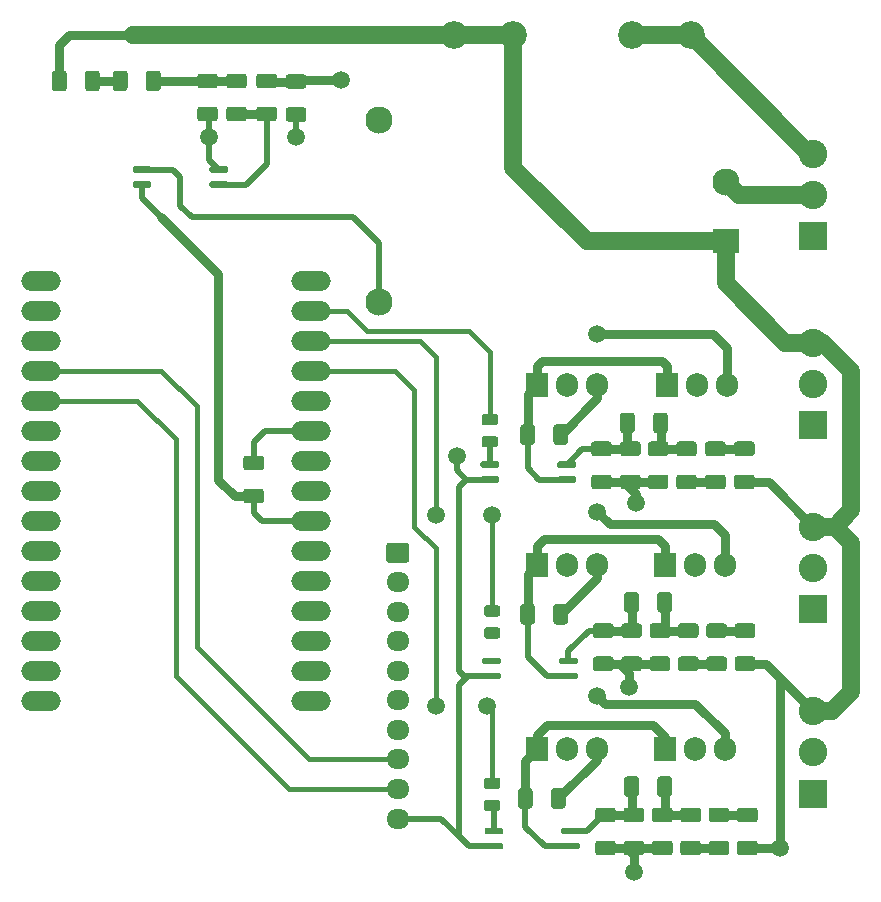
<source format=gbr>
%TF.GenerationSoftware,KiCad,Pcbnew,(5.1.6)-1*%
%TF.CreationDate,2021-01-11T17:56:58+06:00*%
%TF.ProjectId,nodemcu01,6e6f6465-6d63-4753-9031-2e6b69636164,rev?*%
%TF.SameCoordinates,Original*%
%TF.FileFunction,Copper,L1,Top*%
%TF.FilePolarity,Positive*%
%FSLAX46Y46*%
G04 Gerber Fmt 4.6, Leading zero omitted, Abs format (unit mm)*
G04 Created by KiCad (PCBNEW (5.1.6)-1) date 2021-01-11 17:56:58*
%MOMM*%
%LPD*%
G01*
G04 APERTURE LIST*
%TA.AperFunction,ComponentPad*%
%ADD10O,1.950000X1.700000*%
%TD*%
%TA.AperFunction,ComponentPad*%
%ADD11C,2.350000*%
%TD*%
%TA.AperFunction,ComponentPad*%
%ADD12C,2.300000*%
%TD*%
%TA.AperFunction,ComponentPad*%
%ADD13R,2.300000X2.000000*%
%TD*%
%TA.AperFunction,ComponentPad*%
%ADD14O,1.905000X2.000000*%
%TD*%
%TA.AperFunction,ComponentPad*%
%ADD15R,1.905000X2.000000*%
%TD*%
%TA.AperFunction,ComponentPad*%
%ADD16C,2.413000*%
%TD*%
%TA.AperFunction,ComponentPad*%
%ADD17R,2.413000X2.413000*%
%TD*%
%TA.AperFunction,ComponentPad*%
%ADD18O,3.352800X1.676400*%
%TD*%
%TA.AperFunction,ViaPad*%
%ADD19C,1.500000*%
%TD*%
%TA.AperFunction,Conductor*%
%ADD20C,0.400000*%
%TD*%
%TA.AperFunction,Conductor*%
%ADD21C,0.500000*%
%TD*%
%TA.AperFunction,Conductor*%
%ADD22C,0.800000*%
%TD*%
%TA.AperFunction,Conductor*%
%ADD23C,1.500000*%
%TD*%
G04 APERTURE END LIST*
D10*
%TO.P,J5,10*%
%TO.N,GND*%
X139800000Y-145500000D03*
%TO.P,J5,9*%
%TO.N,SW9*%
X139800000Y-143000000D03*
%TO.P,J5,8*%
%TO.N,SW8*%
X139800000Y-140500000D03*
%TO.P,J5,7*%
%TO.N,SW7*%
X139800000Y-138000000D03*
%TO.P,J5,6*%
%TO.N,SW6*%
X139800000Y-135500000D03*
%TO.P,J5,5*%
%TO.N,SW5*%
X139800000Y-133000000D03*
%TO.P,J5,4*%
%TO.N,SW4*%
X139800000Y-130500000D03*
%TO.P,J5,3*%
%TO.N,SW3*%
X139800000Y-128000000D03*
%TO.P,J5,2*%
%TO.N,SW2*%
X139800000Y-125500000D03*
%TO.P,J5,1*%
%TO.N,SW1*%
%TA.AperFunction,ComponentPad*%
G36*
G01*
X139075000Y-122150000D02*
X140525000Y-122150000D01*
G75*
G02*
X140775000Y-122400000I0J-250000D01*
G01*
X140775000Y-123600000D01*
G75*
G02*
X140525000Y-123850000I-250000J0D01*
G01*
X139075000Y-123850000D01*
G75*
G02*
X138825000Y-123600000I0J250000D01*
G01*
X138825000Y-122400000D01*
G75*
G02*
X139075000Y-122150000I250000J0D01*
G01*
G37*
%TD.AperFunction*%
%TD*%
%TO.P,U3,4*%
%TO.N,ZC*%
%TA.AperFunction,SMDPad,CuDef*%
G36*
G01*
X118950000Y-91697500D02*
X118950000Y-91972500D01*
G75*
G02*
X118812500Y-92110000I-137500J0D01*
G01*
X117487500Y-92110000D01*
G75*
G02*
X117350000Y-91972500I0J137500D01*
G01*
X117350000Y-91697500D01*
G75*
G02*
X117487500Y-91560000I137500J0D01*
G01*
X118812500Y-91560000D01*
G75*
G02*
X118950000Y-91697500I0J-137500D01*
G01*
G37*
%TD.AperFunction*%
%TO.P,U3,3*%
%TO.N,GND*%
%TA.AperFunction,SMDPad,CuDef*%
G36*
G01*
X118950000Y-90427500D02*
X118950000Y-90702500D01*
G75*
G02*
X118812500Y-90840000I-137500J0D01*
G01*
X117487500Y-90840000D01*
G75*
G02*
X117350000Y-90702500I0J137500D01*
G01*
X117350000Y-90427500D01*
G75*
G02*
X117487500Y-90290000I137500J0D01*
G01*
X118812500Y-90290000D01*
G75*
G02*
X118950000Y-90427500I0J-137500D01*
G01*
G37*
%TD.AperFunction*%
%TO.P,U3,2*%
%TO.N,Net-(D3-Pad2)*%
%TA.AperFunction,SMDPad,CuDef*%
G36*
G01*
X125450000Y-90427500D02*
X125450000Y-90702500D01*
G75*
G02*
X125312500Y-90840000I-137500J0D01*
G01*
X123987500Y-90840000D01*
G75*
G02*
X123850000Y-90702500I0J137500D01*
G01*
X123850000Y-90427500D01*
G75*
G02*
X123987500Y-90290000I137500J0D01*
G01*
X125312500Y-90290000D01*
G75*
G02*
X125450000Y-90427500I0J-137500D01*
G01*
G37*
%TD.AperFunction*%
%TO.P,U3,1*%
%TO.N,Net-(D4-Pad1)*%
%TA.AperFunction,SMDPad,CuDef*%
G36*
G01*
X125450000Y-91697500D02*
X125450000Y-91972500D01*
G75*
G02*
X125312500Y-92110000I-137500J0D01*
G01*
X123987500Y-92110000D01*
G75*
G02*
X123850000Y-91972500I0J137500D01*
G01*
X123850000Y-91697500D01*
G75*
G02*
X123987500Y-91560000I137500J0D01*
G01*
X125312500Y-91560000D01*
G75*
G02*
X125450000Y-91697500I0J-137500D01*
G01*
G37*
%TD.AperFunction*%
%TD*%
%TO.P,U2,4*%
%TO.N,Net-(C5-Pad1)*%
%TA.AperFunction,SMDPad,CuDef*%
G36*
G01*
X153650000Y-146702500D02*
X153650000Y-146427500D01*
G75*
G02*
X153787500Y-146290000I137500J0D01*
G01*
X155112500Y-146290000D01*
G75*
G02*
X155250000Y-146427500I0J-137500D01*
G01*
X155250000Y-146702500D01*
G75*
G02*
X155112500Y-146840000I-137500J0D01*
G01*
X153787500Y-146840000D01*
G75*
G02*
X153650000Y-146702500I0J137500D01*
G01*
G37*
%TD.AperFunction*%
%TO.P,U2,3*%
%TO.N,Net-(Q5-Pad1)*%
%TA.AperFunction,SMDPad,CuDef*%
G36*
G01*
X153650000Y-147972500D02*
X153650000Y-147697500D01*
G75*
G02*
X153787500Y-147560000I137500J0D01*
G01*
X155112500Y-147560000D01*
G75*
G02*
X155250000Y-147697500I0J-137500D01*
G01*
X155250000Y-147972500D01*
G75*
G02*
X155112500Y-148110000I-137500J0D01*
G01*
X153787500Y-148110000D01*
G75*
G02*
X153650000Y-147972500I0J137500D01*
G01*
G37*
%TD.AperFunction*%
%TO.P,U2,2*%
%TO.N,GND*%
%TA.AperFunction,SMDPad,CuDef*%
G36*
G01*
X147150000Y-147972500D02*
X147150000Y-147697500D01*
G75*
G02*
X147287500Y-147560000I137500J0D01*
G01*
X148612500Y-147560000D01*
G75*
G02*
X148750000Y-147697500I0J-137500D01*
G01*
X148750000Y-147972500D01*
G75*
G02*
X148612500Y-148110000I-137500J0D01*
G01*
X147287500Y-148110000D01*
G75*
G02*
X147150000Y-147972500I0J137500D01*
G01*
G37*
%TD.AperFunction*%
%TO.P,U2,1*%
%TO.N,Net-(R3-Pad1)*%
%TA.AperFunction,SMDPad,CuDef*%
G36*
G01*
X147150000Y-146702500D02*
X147150000Y-146427500D01*
G75*
G02*
X147287500Y-146290000I137500J0D01*
G01*
X148612500Y-146290000D01*
G75*
G02*
X148750000Y-146427500I0J-137500D01*
G01*
X148750000Y-146702500D01*
G75*
G02*
X148612500Y-146840000I-137500J0D01*
G01*
X147287500Y-146840000D01*
G75*
G02*
X147150000Y-146702500I0J137500D01*
G01*
G37*
%TD.AperFunction*%
%TD*%
%TO.P,U1,4*%
%TO.N,Net-(C3-Pad1)*%
%TA.AperFunction,SMDPad,CuDef*%
G36*
G01*
X153450000Y-132302500D02*
X153450000Y-132027500D01*
G75*
G02*
X153587500Y-131890000I137500J0D01*
G01*
X154912500Y-131890000D01*
G75*
G02*
X155050000Y-132027500I0J-137500D01*
G01*
X155050000Y-132302500D01*
G75*
G02*
X154912500Y-132440000I-137500J0D01*
G01*
X153587500Y-132440000D01*
G75*
G02*
X153450000Y-132302500I0J137500D01*
G01*
G37*
%TD.AperFunction*%
%TO.P,U1,3*%
%TO.N,Net-(Q3-Pad1)*%
%TA.AperFunction,SMDPad,CuDef*%
G36*
G01*
X153450000Y-133572500D02*
X153450000Y-133297500D01*
G75*
G02*
X153587500Y-133160000I137500J0D01*
G01*
X154912500Y-133160000D01*
G75*
G02*
X155050000Y-133297500I0J-137500D01*
G01*
X155050000Y-133572500D01*
G75*
G02*
X154912500Y-133710000I-137500J0D01*
G01*
X153587500Y-133710000D01*
G75*
G02*
X153450000Y-133572500I0J137500D01*
G01*
G37*
%TD.AperFunction*%
%TO.P,U1,2*%
%TO.N,GND*%
%TA.AperFunction,SMDPad,CuDef*%
G36*
G01*
X146950000Y-133572500D02*
X146950000Y-133297500D01*
G75*
G02*
X147087500Y-133160000I137500J0D01*
G01*
X148412500Y-133160000D01*
G75*
G02*
X148550000Y-133297500I0J-137500D01*
G01*
X148550000Y-133572500D01*
G75*
G02*
X148412500Y-133710000I-137500J0D01*
G01*
X147087500Y-133710000D01*
G75*
G02*
X146950000Y-133572500I0J137500D01*
G01*
G37*
%TD.AperFunction*%
%TO.P,U1,1*%
%TO.N,Net-(R2-Pad1)*%
%TA.AperFunction,SMDPad,CuDef*%
G36*
G01*
X146950000Y-132302500D02*
X146950000Y-132027500D01*
G75*
G02*
X147087500Y-131890000I137500J0D01*
G01*
X148412500Y-131890000D01*
G75*
G02*
X148550000Y-132027500I0J-137500D01*
G01*
X148550000Y-132302500D01*
G75*
G02*
X148412500Y-132440000I-137500J0D01*
G01*
X147087500Y-132440000D01*
G75*
G02*
X146950000Y-132302500I0J137500D01*
G01*
G37*
%TD.AperFunction*%
%TD*%
%TO.P,U5,4*%
%TO.N,Net-(C1-Pad1)*%
%TA.AperFunction,SMDPad,CuDef*%
G36*
G01*
X153300000Y-115667500D02*
X153300000Y-115392500D01*
G75*
G02*
X153437500Y-115255000I137500J0D01*
G01*
X154762500Y-115255000D01*
G75*
G02*
X154900000Y-115392500I0J-137500D01*
G01*
X154900000Y-115667500D01*
G75*
G02*
X154762500Y-115805000I-137500J0D01*
G01*
X153437500Y-115805000D01*
G75*
G02*
X153300000Y-115667500I0J137500D01*
G01*
G37*
%TD.AperFunction*%
%TO.P,U5,3*%
%TO.N,Net-(Q1-Pad1)*%
%TA.AperFunction,SMDPad,CuDef*%
G36*
G01*
X153300000Y-116937500D02*
X153300000Y-116662500D01*
G75*
G02*
X153437500Y-116525000I137500J0D01*
G01*
X154762500Y-116525000D01*
G75*
G02*
X154900000Y-116662500I0J-137500D01*
G01*
X154900000Y-116937500D01*
G75*
G02*
X154762500Y-117075000I-137500J0D01*
G01*
X153437500Y-117075000D01*
G75*
G02*
X153300000Y-116937500I0J137500D01*
G01*
G37*
%TD.AperFunction*%
%TO.P,U5,2*%
%TO.N,GND*%
%TA.AperFunction,SMDPad,CuDef*%
G36*
G01*
X146800000Y-116937500D02*
X146800000Y-116662500D01*
G75*
G02*
X146937500Y-116525000I137500J0D01*
G01*
X148262500Y-116525000D01*
G75*
G02*
X148400000Y-116662500I0J-137500D01*
G01*
X148400000Y-116937500D01*
G75*
G02*
X148262500Y-117075000I-137500J0D01*
G01*
X146937500Y-117075000D01*
G75*
G02*
X146800000Y-116937500I0J137500D01*
G01*
G37*
%TD.AperFunction*%
%TO.P,U5,1*%
%TO.N,Net-(R1-Pad1)*%
%TA.AperFunction,SMDPad,CuDef*%
G36*
G01*
X146800000Y-115667500D02*
X146800000Y-115392500D01*
G75*
G02*
X146937500Y-115255000I137500J0D01*
G01*
X148262500Y-115255000D01*
G75*
G02*
X148400000Y-115392500I0J-137500D01*
G01*
X148400000Y-115667500D01*
G75*
G02*
X148262500Y-115805000I-137500J0D01*
G01*
X146937500Y-115805000D01*
G75*
G02*
X146800000Y-115667500I0J137500D01*
G01*
G37*
%TD.AperFunction*%
%TD*%
%TO.P,R3,2*%
%TO.N,Net-(M1-Pad27)*%
%TA.AperFunction,SMDPad,CuDef*%
G36*
G01*
X148256250Y-143012500D02*
X147343750Y-143012500D01*
G75*
G02*
X147100000Y-142768750I0J243750D01*
G01*
X147100000Y-142281250D01*
G75*
G02*
X147343750Y-142037500I243750J0D01*
G01*
X148256250Y-142037500D01*
G75*
G02*
X148500000Y-142281250I0J-243750D01*
G01*
X148500000Y-142768750D01*
G75*
G02*
X148256250Y-143012500I-243750J0D01*
G01*
G37*
%TD.AperFunction*%
%TO.P,R3,1*%
%TO.N,Net-(R3-Pad1)*%
%TA.AperFunction,SMDPad,CuDef*%
G36*
G01*
X148256250Y-144887500D02*
X147343750Y-144887500D01*
G75*
G02*
X147100000Y-144643750I0J243750D01*
G01*
X147100000Y-144156250D01*
G75*
G02*
X147343750Y-143912500I243750J0D01*
G01*
X148256250Y-143912500D01*
G75*
G02*
X148500000Y-144156250I0J-243750D01*
G01*
X148500000Y-144643750D01*
G75*
G02*
X148256250Y-144887500I-243750J0D01*
G01*
G37*
%TD.AperFunction*%
%TD*%
%TO.P,R2,2*%
%TO.N,Net-(M1-Pad28)*%
%TA.AperFunction,SMDPad,CuDef*%
G36*
G01*
X148256250Y-128412500D02*
X147343750Y-128412500D01*
G75*
G02*
X147100000Y-128168750I0J243750D01*
G01*
X147100000Y-127681250D01*
G75*
G02*
X147343750Y-127437500I243750J0D01*
G01*
X148256250Y-127437500D01*
G75*
G02*
X148500000Y-127681250I0J-243750D01*
G01*
X148500000Y-128168750D01*
G75*
G02*
X148256250Y-128412500I-243750J0D01*
G01*
G37*
%TD.AperFunction*%
%TO.P,R2,1*%
%TO.N,Net-(R2-Pad1)*%
%TA.AperFunction,SMDPad,CuDef*%
G36*
G01*
X148256250Y-130287500D02*
X147343750Y-130287500D01*
G75*
G02*
X147100000Y-130043750I0J243750D01*
G01*
X147100000Y-129556250D01*
G75*
G02*
X147343750Y-129312500I243750J0D01*
G01*
X148256250Y-129312500D01*
G75*
G02*
X148500000Y-129556250I0J-243750D01*
G01*
X148500000Y-130043750D01*
G75*
G02*
X148256250Y-130287500I-243750J0D01*
G01*
G37*
%TD.AperFunction*%
%TD*%
%TO.P,R1,2*%
%TO.N,Net-(M1-Pad29)*%
%TA.AperFunction,SMDPad,CuDef*%
G36*
G01*
X148056250Y-112212500D02*
X147143750Y-112212500D01*
G75*
G02*
X146900000Y-111968750I0J243750D01*
G01*
X146900000Y-111481250D01*
G75*
G02*
X147143750Y-111237500I243750J0D01*
G01*
X148056250Y-111237500D01*
G75*
G02*
X148300000Y-111481250I0J-243750D01*
G01*
X148300000Y-111968750D01*
G75*
G02*
X148056250Y-112212500I-243750J0D01*
G01*
G37*
%TD.AperFunction*%
%TO.P,R1,1*%
%TO.N,Net-(R1-Pad1)*%
%TA.AperFunction,SMDPad,CuDef*%
G36*
G01*
X148056250Y-114087500D02*
X147143750Y-114087500D01*
G75*
G02*
X146900000Y-113843750I0J243750D01*
G01*
X146900000Y-113356250D01*
G75*
G02*
X147143750Y-113112500I243750J0D01*
G01*
X148056250Y-113112500D01*
G75*
G02*
X148300000Y-113356250I0J-243750D01*
G01*
X148300000Y-113843750D01*
G75*
G02*
X148056250Y-114087500I-243750J0D01*
G01*
G37*
%TD.AperFunction*%
%TD*%
D11*
%TO.P,F1,1*%
%TO.N,Net-(F1-Pad1)*%
X164600000Y-79200000D03*
X159600000Y-79200000D03*
%TO.P,F1,2*%
%TO.N,ACL*%
X144600000Y-79200000D03*
X149600000Y-79200000D03*
%TD*%
%TO.P,R18,2*%
%TO.N,Net-(M1-Pad25)*%
%TA.AperFunction,SMDPad,CuDef*%
G36*
G01*
X128225000Y-116025000D02*
X126975000Y-116025000D01*
G75*
G02*
X126725000Y-115775000I0J250000D01*
G01*
X126725000Y-115025000D01*
G75*
G02*
X126975000Y-114775000I250000J0D01*
G01*
X128225000Y-114775000D01*
G75*
G02*
X128475000Y-115025000I0J-250000D01*
G01*
X128475000Y-115775000D01*
G75*
G02*
X128225000Y-116025000I-250000J0D01*
G01*
G37*
%TD.AperFunction*%
%TO.P,R18,1*%
%TO.N,ZC*%
%TA.AperFunction,SMDPad,CuDef*%
G36*
G01*
X128225000Y-118825000D02*
X126975000Y-118825000D01*
G75*
G02*
X126725000Y-118575000I0J250000D01*
G01*
X126725000Y-117825000D01*
G75*
G02*
X126975000Y-117575000I250000J0D01*
G01*
X128225000Y-117575000D01*
G75*
G02*
X128475000Y-117825000I0J-250000D01*
G01*
X128475000Y-118575000D01*
G75*
G02*
X128225000Y-118825000I-250000J0D01*
G01*
G37*
%TD.AperFunction*%
%TD*%
D12*
%TO.P,PS1,4*%
%TO.N,VDD*%
X138200000Y-86400000D03*
%TO.P,PS1,2*%
%TO.N,ACN*%
X167600000Y-91600000D03*
D13*
%TO.P,PS1,1*%
%TO.N,ACL*%
X167600000Y-96600000D03*
D12*
%TO.P,PS1,3*%
%TO.N,GND*%
X138200000Y-101800000D03*
%TD*%
%TO.P,R17,2*%
%TO.N,ACL*%
%TA.AperFunction,SMDPad,CuDef*%
G36*
G01*
X168775000Y-147375000D02*
X170025000Y-147375000D01*
G75*
G02*
X170275000Y-147625000I0J-250000D01*
G01*
X170275000Y-148375000D01*
G75*
G02*
X170025000Y-148625000I-250000J0D01*
G01*
X168775000Y-148625000D01*
G75*
G02*
X168525000Y-148375000I0J250000D01*
G01*
X168525000Y-147625000D01*
G75*
G02*
X168775000Y-147375000I250000J0D01*
G01*
G37*
%TD.AperFunction*%
%TO.P,R17,1*%
%TO.N,Net-(R16-Pad1)*%
%TA.AperFunction,SMDPad,CuDef*%
G36*
G01*
X168775000Y-144575000D02*
X170025000Y-144575000D01*
G75*
G02*
X170275000Y-144825000I0J-250000D01*
G01*
X170275000Y-145575000D01*
G75*
G02*
X170025000Y-145825000I-250000J0D01*
G01*
X168775000Y-145825000D01*
G75*
G02*
X168525000Y-145575000I0J250000D01*
G01*
X168525000Y-144825000D01*
G75*
G02*
X168775000Y-144575000I250000J0D01*
G01*
G37*
%TD.AperFunction*%
%TD*%
%TO.P,R16,2*%
%TO.N,Net-(D10-Pad2)*%
%TA.AperFunction,SMDPad,CuDef*%
G36*
G01*
X166375000Y-147375000D02*
X167625000Y-147375000D01*
G75*
G02*
X167875000Y-147625000I0J-250000D01*
G01*
X167875000Y-148375000D01*
G75*
G02*
X167625000Y-148625000I-250000J0D01*
G01*
X166375000Y-148625000D01*
G75*
G02*
X166125000Y-148375000I0J250000D01*
G01*
X166125000Y-147625000D01*
G75*
G02*
X166375000Y-147375000I250000J0D01*
G01*
G37*
%TD.AperFunction*%
%TO.P,R16,1*%
%TO.N,Net-(R16-Pad1)*%
%TA.AperFunction,SMDPad,CuDef*%
G36*
G01*
X166375000Y-144575000D02*
X167625000Y-144575000D01*
G75*
G02*
X167875000Y-144825000I0J-250000D01*
G01*
X167875000Y-145575000D01*
G75*
G02*
X167625000Y-145825000I-250000J0D01*
G01*
X166375000Y-145825000D01*
G75*
G02*
X166125000Y-145575000I0J250000D01*
G01*
X166125000Y-144825000D01*
G75*
G02*
X166375000Y-144575000I250000J0D01*
G01*
G37*
%TD.AperFunction*%
%TD*%
%TO.P,R15,2*%
%TO.N,Net-(C6-Pad1)*%
%TA.AperFunction,SMDPad,CuDef*%
G36*
G01*
X161775000Y-143425000D02*
X161775000Y-142175000D01*
G75*
G02*
X162025000Y-141925000I250000J0D01*
G01*
X162775000Y-141925000D01*
G75*
G02*
X163025000Y-142175000I0J-250000D01*
G01*
X163025000Y-143425000D01*
G75*
G02*
X162775000Y-143675000I-250000J0D01*
G01*
X162025000Y-143675000D01*
G75*
G02*
X161775000Y-143425000I0J250000D01*
G01*
G37*
%TD.AperFunction*%
%TO.P,R15,1*%
%TO.N,Net-(C5-Pad1)*%
%TA.AperFunction,SMDPad,CuDef*%
G36*
G01*
X158975000Y-143425000D02*
X158975000Y-142175000D01*
G75*
G02*
X159225000Y-141925000I250000J0D01*
G01*
X159975000Y-141925000D01*
G75*
G02*
X160225000Y-142175000I0J-250000D01*
G01*
X160225000Y-143425000D01*
G75*
G02*
X159975000Y-143675000I-250000J0D01*
G01*
X159225000Y-143675000D01*
G75*
G02*
X158975000Y-143425000I0J250000D01*
G01*
G37*
%TD.AperFunction*%
%TD*%
%TO.P,R14,2*%
%TO.N,Net-(C5-Pad2)*%
%TA.AperFunction,SMDPad,CuDef*%
G36*
G01*
X152775000Y-144425000D02*
X152775000Y-143175000D01*
G75*
G02*
X153025000Y-142925000I250000J0D01*
G01*
X153775000Y-142925000D01*
G75*
G02*
X154025000Y-143175000I0J-250000D01*
G01*
X154025000Y-144425000D01*
G75*
G02*
X153775000Y-144675000I-250000J0D01*
G01*
X153025000Y-144675000D01*
G75*
G02*
X152775000Y-144425000I0J250000D01*
G01*
G37*
%TD.AperFunction*%
%TO.P,R14,1*%
%TO.N,Net-(Q5-Pad1)*%
%TA.AperFunction,SMDPad,CuDef*%
G36*
G01*
X149975000Y-144425000D02*
X149975000Y-143175000D01*
G75*
G02*
X150225000Y-142925000I250000J0D01*
G01*
X150975000Y-142925000D01*
G75*
G02*
X151225000Y-143175000I0J-250000D01*
G01*
X151225000Y-144425000D01*
G75*
G02*
X150975000Y-144675000I-250000J0D01*
G01*
X150225000Y-144675000D01*
G75*
G02*
X149975000Y-144425000I0J250000D01*
G01*
G37*
%TD.AperFunction*%
%TD*%
D14*
%TO.P,Q6,3*%
%TO.N,Net-(C5-Pad2)*%
X156680000Y-139600000D03*
%TO.P,Q6,2*%
%TO.N,ACN*%
X154140000Y-139600000D03*
D15*
%TO.P,Q6,1*%
%TO.N,Net-(Q5-Pad1)*%
X151600000Y-139600000D03*
%TD*%
D14*
%TO.P,Q5,3*%
%TO.N,Net-(C5-Pad2)*%
X167480000Y-139600000D03*
%TO.P,Q5,2*%
%TO.N,CH3*%
X164940000Y-139600000D03*
D15*
%TO.P,Q5,1*%
%TO.N,Net-(Q5-Pad1)*%
X162400000Y-139600000D03*
%TD*%
D16*
%TO.P,J4,3*%
%TO.N,ACL*%
X175000000Y-136402300D03*
%TO.P,J4,2*%
%TO.N,N/C*%
X175000000Y-139902420D03*
D17*
%TO.P,J4,1*%
%TO.N,CH3*%
X175000000Y-143400000D03*
%TD*%
%TO.P,D10,2*%
%TO.N,Net-(D10-Pad2)*%
%TA.AperFunction,SMDPad,CuDef*%
G36*
G01*
X163975000Y-147375000D02*
X165225000Y-147375000D01*
G75*
G02*
X165475000Y-147625000I0J-250000D01*
G01*
X165475000Y-148375000D01*
G75*
G02*
X165225000Y-148625000I-250000J0D01*
G01*
X163975000Y-148625000D01*
G75*
G02*
X163725000Y-148375000I0J250000D01*
G01*
X163725000Y-147625000D01*
G75*
G02*
X163975000Y-147375000I250000J0D01*
G01*
G37*
%TD.AperFunction*%
%TO.P,D10,1*%
%TO.N,Net-(C6-Pad1)*%
%TA.AperFunction,SMDPad,CuDef*%
G36*
G01*
X163975000Y-144575000D02*
X165225000Y-144575000D01*
G75*
G02*
X165475000Y-144825000I0J-250000D01*
G01*
X165475000Y-145575000D01*
G75*
G02*
X165225000Y-145825000I-250000J0D01*
G01*
X163975000Y-145825000D01*
G75*
G02*
X163725000Y-145575000I0J250000D01*
G01*
X163725000Y-144825000D01*
G75*
G02*
X163975000Y-144575000I250000J0D01*
G01*
G37*
%TD.AperFunction*%
%TD*%
%TO.P,D9,2*%
%TO.N,Net-(C5-Pad2)*%
%TA.AperFunction,SMDPad,CuDef*%
G36*
G01*
X156775000Y-147375000D02*
X158025000Y-147375000D01*
G75*
G02*
X158275000Y-147625000I0J-250000D01*
G01*
X158275000Y-148375000D01*
G75*
G02*
X158025000Y-148625000I-250000J0D01*
G01*
X156775000Y-148625000D01*
G75*
G02*
X156525000Y-148375000I0J250000D01*
G01*
X156525000Y-147625000D01*
G75*
G02*
X156775000Y-147375000I250000J0D01*
G01*
G37*
%TD.AperFunction*%
%TO.P,D9,1*%
%TO.N,Net-(C5-Pad1)*%
%TA.AperFunction,SMDPad,CuDef*%
G36*
G01*
X156775000Y-144575000D02*
X158025000Y-144575000D01*
G75*
G02*
X158275000Y-144825000I0J-250000D01*
G01*
X158275000Y-145575000D01*
G75*
G02*
X158025000Y-145825000I-250000J0D01*
G01*
X156775000Y-145825000D01*
G75*
G02*
X156525000Y-145575000I0J250000D01*
G01*
X156525000Y-144825000D01*
G75*
G02*
X156775000Y-144575000I250000J0D01*
G01*
G37*
%TD.AperFunction*%
%TD*%
%TO.P,C6,2*%
%TO.N,Net-(C5-Pad2)*%
%TA.AperFunction,SMDPad,CuDef*%
G36*
G01*
X161575000Y-147375000D02*
X162825000Y-147375000D01*
G75*
G02*
X163075000Y-147625000I0J-250000D01*
G01*
X163075000Y-148375000D01*
G75*
G02*
X162825000Y-148625000I-250000J0D01*
G01*
X161575000Y-148625000D01*
G75*
G02*
X161325000Y-148375000I0J250000D01*
G01*
X161325000Y-147625000D01*
G75*
G02*
X161575000Y-147375000I250000J0D01*
G01*
G37*
%TD.AperFunction*%
%TO.P,C6,1*%
%TO.N,Net-(C6-Pad1)*%
%TA.AperFunction,SMDPad,CuDef*%
G36*
G01*
X161575000Y-144575000D02*
X162825000Y-144575000D01*
G75*
G02*
X163075000Y-144825000I0J-250000D01*
G01*
X163075000Y-145575000D01*
G75*
G02*
X162825000Y-145825000I-250000J0D01*
G01*
X161575000Y-145825000D01*
G75*
G02*
X161325000Y-145575000I0J250000D01*
G01*
X161325000Y-144825000D01*
G75*
G02*
X161575000Y-144575000I250000J0D01*
G01*
G37*
%TD.AperFunction*%
%TD*%
%TO.P,C5,2*%
%TO.N,Net-(C5-Pad2)*%
%TA.AperFunction,SMDPad,CuDef*%
G36*
G01*
X159175000Y-147375000D02*
X160425000Y-147375000D01*
G75*
G02*
X160675000Y-147625000I0J-250000D01*
G01*
X160675000Y-148375000D01*
G75*
G02*
X160425000Y-148625000I-250000J0D01*
G01*
X159175000Y-148625000D01*
G75*
G02*
X158925000Y-148375000I0J250000D01*
G01*
X158925000Y-147625000D01*
G75*
G02*
X159175000Y-147375000I250000J0D01*
G01*
G37*
%TD.AperFunction*%
%TO.P,C5,1*%
%TO.N,Net-(C5-Pad1)*%
%TA.AperFunction,SMDPad,CuDef*%
G36*
G01*
X159175000Y-144575000D02*
X160425000Y-144575000D01*
G75*
G02*
X160675000Y-144825000I0J-250000D01*
G01*
X160675000Y-145575000D01*
G75*
G02*
X160425000Y-145825000I-250000J0D01*
G01*
X159175000Y-145825000D01*
G75*
G02*
X158925000Y-145575000I0J250000D01*
G01*
X158925000Y-144825000D01*
G75*
G02*
X159175000Y-144575000I250000J0D01*
G01*
G37*
%TD.AperFunction*%
%TD*%
%TO.P,R13,2*%
%TO.N,ACL*%
%TA.AperFunction,SMDPad,CuDef*%
G36*
G01*
X168575000Y-131775000D02*
X169825000Y-131775000D01*
G75*
G02*
X170075000Y-132025000I0J-250000D01*
G01*
X170075000Y-132775000D01*
G75*
G02*
X169825000Y-133025000I-250000J0D01*
G01*
X168575000Y-133025000D01*
G75*
G02*
X168325000Y-132775000I0J250000D01*
G01*
X168325000Y-132025000D01*
G75*
G02*
X168575000Y-131775000I250000J0D01*
G01*
G37*
%TD.AperFunction*%
%TO.P,R13,1*%
%TO.N,Net-(R12-Pad1)*%
%TA.AperFunction,SMDPad,CuDef*%
G36*
G01*
X168575000Y-128975000D02*
X169825000Y-128975000D01*
G75*
G02*
X170075000Y-129225000I0J-250000D01*
G01*
X170075000Y-129975000D01*
G75*
G02*
X169825000Y-130225000I-250000J0D01*
G01*
X168575000Y-130225000D01*
G75*
G02*
X168325000Y-129975000I0J250000D01*
G01*
X168325000Y-129225000D01*
G75*
G02*
X168575000Y-128975000I250000J0D01*
G01*
G37*
%TD.AperFunction*%
%TD*%
%TO.P,R12,2*%
%TO.N,Net-(D8-Pad2)*%
%TA.AperFunction,SMDPad,CuDef*%
G36*
G01*
X166175000Y-131775000D02*
X167425000Y-131775000D01*
G75*
G02*
X167675000Y-132025000I0J-250000D01*
G01*
X167675000Y-132775000D01*
G75*
G02*
X167425000Y-133025000I-250000J0D01*
G01*
X166175000Y-133025000D01*
G75*
G02*
X165925000Y-132775000I0J250000D01*
G01*
X165925000Y-132025000D01*
G75*
G02*
X166175000Y-131775000I250000J0D01*
G01*
G37*
%TD.AperFunction*%
%TO.P,R12,1*%
%TO.N,Net-(R12-Pad1)*%
%TA.AperFunction,SMDPad,CuDef*%
G36*
G01*
X166175000Y-128975000D02*
X167425000Y-128975000D01*
G75*
G02*
X167675000Y-129225000I0J-250000D01*
G01*
X167675000Y-129975000D01*
G75*
G02*
X167425000Y-130225000I-250000J0D01*
G01*
X166175000Y-130225000D01*
G75*
G02*
X165925000Y-129975000I0J250000D01*
G01*
X165925000Y-129225000D01*
G75*
G02*
X166175000Y-128975000I250000J0D01*
G01*
G37*
%TD.AperFunction*%
%TD*%
%TO.P,R11,2*%
%TO.N,Net-(C4-Pad1)*%
%TA.AperFunction,SMDPad,CuDef*%
G36*
G01*
X161775000Y-127825000D02*
X161775000Y-126575000D01*
G75*
G02*
X162025000Y-126325000I250000J0D01*
G01*
X162775000Y-126325000D01*
G75*
G02*
X163025000Y-126575000I0J-250000D01*
G01*
X163025000Y-127825000D01*
G75*
G02*
X162775000Y-128075000I-250000J0D01*
G01*
X162025000Y-128075000D01*
G75*
G02*
X161775000Y-127825000I0J250000D01*
G01*
G37*
%TD.AperFunction*%
%TO.P,R11,1*%
%TO.N,Net-(C3-Pad1)*%
%TA.AperFunction,SMDPad,CuDef*%
G36*
G01*
X158975000Y-127825000D02*
X158975000Y-126575000D01*
G75*
G02*
X159225000Y-126325000I250000J0D01*
G01*
X159975000Y-126325000D01*
G75*
G02*
X160225000Y-126575000I0J-250000D01*
G01*
X160225000Y-127825000D01*
G75*
G02*
X159975000Y-128075000I-250000J0D01*
G01*
X159225000Y-128075000D01*
G75*
G02*
X158975000Y-127825000I0J250000D01*
G01*
G37*
%TD.AperFunction*%
%TD*%
%TO.P,R10,2*%
%TO.N,Net-(C3-Pad2)*%
%TA.AperFunction,SMDPad,CuDef*%
G36*
G01*
X152975000Y-128825000D02*
X152975000Y-127575000D01*
G75*
G02*
X153225000Y-127325000I250000J0D01*
G01*
X153975000Y-127325000D01*
G75*
G02*
X154225000Y-127575000I0J-250000D01*
G01*
X154225000Y-128825000D01*
G75*
G02*
X153975000Y-129075000I-250000J0D01*
G01*
X153225000Y-129075000D01*
G75*
G02*
X152975000Y-128825000I0J250000D01*
G01*
G37*
%TD.AperFunction*%
%TO.P,R10,1*%
%TO.N,Net-(Q3-Pad1)*%
%TA.AperFunction,SMDPad,CuDef*%
G36*
G01*
X150175000Y-128825000D02*
X150175000Y-127575000D01*
G75*
G02*
X150425000Y-127325000I250000J0D01*
G01*
X151175000Y-127325000D01*
G75*
G02*
X151425000Y-127575000I0J-250000D01*
G01*
X151425000Y-128825000D01*
G75*
G02*
X151175000Y-129075000I-250000J0D01*
G01*
X150425000Y-129075000D01*
G75*
G02*
X150175000Y-128825000I0J250000D01*
G01*
G37*
%TD.AperFunction*%
%TD*%
D14*
%TO.P,Q4,3*%
%TO.N,Net-(C3-Pad2)*%
X156680000Y-124000000D03*
%TO.P,Q4,2*%
%TO.N,ACN*%
X154140000Y-124000000D03*
D15*
%TO.P,Q4,1*%
%TO.N,Net-(Q3-Pad1)*%
X151600000Y-124000000D03*
%TD*%
D14*
%TO.P,Q3,3*%
%TO.N,Net-(C3-Pad2)*%
X167480000Y-124000000D03*
%TO.P,Q3,2*%
%TO.N,CH2*%
X164940000Y-124000000D03*
D15*
%TO.P,Q3,1*%
%TO.N,Net-(Q3-Pad1)*%
X162400000Y-124000000D03*
%TD*%
D16*
%TO.P,J3,3*%
%TO.N,ACL*%
X175000000Y-120802300D03*
%TO.P,J3,2*%
%TO.N,N/C*%
X175000000Y-124302420D03*
D17*
%TO.P,J3,1*%
%TO.N,CH2*%
X175000000Y-127800000D03*
%TD*%
%TO.P,D8,2*%
%TO.N,Net-(D8-Pad2)*%
%TA.AperFunction,SMDPad,CuDef*%
G36*
G01*
X163775000Y-131775000D02*
X165025000Y-131775000D01*
G75*
G02*
X165275000Y-132025000I0J-250000D01*
G01*
X165275000Y-132775000D01*
G75*
G02*
X165025000Y-133025000I-250000J0D01*
G01*
X163775000Y-133025000D01*
G75*
G02*
X163525000Y-132775000I0J250000D01*
G01*
X163525000Y-132025000D01*
G75*
G02*
X163775000Y-131775000I250000J0D01*
G01*
G37*
%TD.AperFunction*%
%TO.P,D8,1*%
%TO.N,Net-(C4-Pad1)*%
%TA.AperFunction,SMDPad,CuDef*%
G36*
G01*
X163775000Y-128975000D02*
X165025000Y-128975000D01*
G75*
G02*
X165275000Y-129225000I0J-250000D01*
G01*
X165275000Y-129975000D01*
G75*
G02*
X165025000Y-130225000I-250000J0D01*
G01*
X163775000Y-130225000D01*
G75*
G02*
X163525000Y-129975000I0J250000D01*
G01*
X163525000Y-129225000D01*
G75*
G02*
X163775000Y-128975000I250000J0D01*
G01*
G37*
%TD.AperFunction*%
%TD*%
%TO.P,D7,2*%
%TO.N,Net-(C3-Pad2)*%
%TA.AperFunction,SMDPad,CuDef*%
G36*
G01*
X156575000Y-131775000D02*
X157825000Y-131775000D01*
G75*
G02*
X158075000Y-132025000I0J-250000D01*
G01*
X158075000Y-132775000D01*
G75*
G02*
X157825000Y-133025000I-250000J0D01*
G01*
X156575000Y-133025000D01*
G75*
G02*
X156325000Y-132775000I0J250000D01*
G01*
X156325000Y-132025000D01*
G75*
G02*
X156575000Y-131775000I250000J0D01*
G01*
G37*
%TD.AperFunction*%
%TO.P,D7,1*%
%TO.N,Net-(C3-Pad1)*%
%TA.AperFunction,SMDPad,CuDef*%
G36*
G01*
X156575000Y-128975000D02*
X157825000Y-128975000D01*
G75*
G02*
X158075000Y-129225000I0J-250000D01*
G01*
X158075000Y-129975000D01*
G75*
G02*
X157825000Y-130225000I-250000J0D01*
G01*
X156575000Y-130225000D01*
G75*
G02*
X156325000Y-129975000I0J250000D01*
G01*
X156325000Y-129225000D01*
G75*
G02*
X156575000Y-128975000I250000J0D01*
G01*
G37*
%TD.AperFunction*%
%TD*%
%TO.P,C4,2*%
%TO.N,Net-(C3-Pad2)*%
%TA.AperFunction,SMDPad,CuDef*%
G36*
G01*
X161375000Y-131775000D02*
X162625000Y-131775000D01*
G75*
G02*
X162875000Y-132025000I0J-250000D01*
G01*
X162875000Y-132775000D01*
G75*
G02*
X162625000Y-133025000I-250000J0D01*
G01*
X161375000Y-133025000D01*
G75*
G02*
X161125000Y-132775000I0J250000D01*
G01*
X161125000Y-132025000D01*
G75*
G02*
X161375000Y-131775000I250000J0D01*
G01*
G37*
%TD.AperFunction*%
%TO.P,C4,1*%
%TO.N,Net-(C4-Pad1)*%
%TA.AperFunction,SMDPad,CuDef*%
G36*
G01*
X161375000Y-128975000D02*
X162625000Y-128975000D01*
G75*
G02*
X162875000Y-129225000I0J-250000D01*
G01*
X162875000Y-129975000D01*
G75*
G02*
X162625000Y-130225000I-250000J0D01*
G01*
X161375000Y-130225000D01*
G75*
G02*
X161125000Y-129975000I0J250000D01*
G01*
X161125000Y-129225000D01*
G75*
G02*
X161375000Y-128975000I250000J0D01*
G01*
G37*
%TD.AperFunction*%
%TD*%
%TO.P,C3,2*%
%TO.N,Net-(C3-Pad2)*%
%TA.AperFunction,SMDPad,CuDef*%
G36*
G01*
X158975000Y-131775000D02*
X160225000Y-131775000D01*
G75*
G02*
X160475000Y-132025000I0J-250000D01*
G01*
X160475000Y-132775000D01*
G75*
G02*
X160225000Y-133025000I-250000J0D01*
G01*
X158975000Y-133025000D01*
G75*
G02*
X158725000Y-132775000I0J250000D01*
G01*
X158725000Y-132025000D01*
G75*
G02*
X158975000Y-131775000I250000J0D01*
G01*
G37*
%TD.AperFunction*%
%TO.P,C3,1*%
%TO.N,Net-(C3-Pad1)*%
%TA.AperFunction,SMDPad,CuDef*%
G36*
G01*
X158975000Y-128975000D02*
X160225000Y-128975000D01*
G75*
G02*
X160475000Y-129225000I0J-250000D01*
G01*
X160475000Y-129975000D01*
G75*
G02*
X160225000Y-130225000I-250000J0D01*
G01*
X158975000Y-130225000D01*
G75*
G02*
X158725000Y-129975000I0J250000D01*
G01*
X158725000Y-129225000D01*
G75*
G02*
X158975000Y-128975000I250000J0D01*
G01*
G37*
%TD.AperFunction*%
%TD*%
%TO.P,R9,2*%
%TO.N,ACL*%
%TA.AperFunction,SMDPad,CuDef*%
G36*
G01*
X111775000Y-82425000D02*
X111775000Y-83675000D01*
G75*
G02*
X111525000Y-83925000I-250000J0D01*
G01*
X110775000Y-83925000D01*
G75*
G02*
X110525000Y-83675000I0J250000D01*
G01*
X110525000Y-82425000D01*
G75*
G02*
X110775000Y-82175000I250000J0D01*
G01*
X111525000Y-82175000D01*
G75*
G02*
X111775000Y-82425000I0J-250000D01*
G01*
G37*
%TD.AperFunction*%
%TO.P,R9,1*%
%TO.N,Net-(R8-Pad2)*%
%TA.AperFunction,SMDPad,CuDef*%
G36*
G01*
X114575000Y-82425000D02*
X114575000Y-83675000D01*
G75*
G02*
X114325000Y-83925000I-250000J0D01*
G01*
X113575000Y-83925000D01*
G75*
G02*
X113325000Y-83675000I0J250000D01*
G01*
X113325000Y-82425000D01*
G75*
G02*
X113575000Y-82175000I250000J0D01*
G01*
X114325000Y-82175000D01*
G75*
G02*
X114575000Y-82425000I0J-250000D01*
G01*
G37*
%TD.AperFunction*%
%TD*%
%TO.P,R8,2*%
%TO.N,Net-(R8-Pad2)*%
%TA.AperFunction,SMDPad,CuDef*%
G36*
G01*
X116925000Y-82425000D02*
X116925000Y-83675000D01*
G75*
G02*
X116675000Y-83925000I-250000J0D01*
G01*
X115925000Y-83925000D01*
G75*
G02*
X115675000Y-83675000I0J250000D01*
G01*
X115675000Y-82425000D01*
G75*
G02*
X115925000Y-82175000I250000J0D01*
G01*
X116675000Y-82175000D01*
G75*
G02*
X116925000Y-82425000I0J-250000D01*
G01*
G37*
%TD.AperFunction*%
%TO.P,R8,1*%
%TO.N,Net-(D3-Pad1)*%
%TA.AperFunction,SMDPad,CuDef*%
G36*
G01*
X119725000Y-82425000D02*
X119725000Y-83675000D01*
G75*
G02*
X119475000Y-83925000I-250000J0D01*
G01*
X118725000Y-83925000D01*
G75*
G02*
X118475000Y-83675000I0J250000D01*
G01*
X118475000Y-82425000D01*
G75*
G02*
X118725000Y-82175000I250000J0D01*
G01*
X119475000Y-82175000D01*
G75*
G02*
X119725000Y-82425000I0J-250000D01*
G01*
G37*
%TD.AperFunction*%
%TD*%
D16*
%TO.P,J2,3*%
%TO.N,Net-(F1-Pad1)*%
X175000000Y-89202300D03*
%TO.P,J2,2*%
%TO.N,ACN*%
X175000000Y-92702420D03*
D17*
%TO.P,J2,1*%
%TO.N,N/C*%
X175000000Y-96200000D03*
%TD*%
%TO.P,D6,2*%
%TO.N,Net-(D3-Pad2)*%
%TA.AperFunction,SMDPad,CuDef*%
G36*
G01*
X130575000Y-85275000D02*
X131825000Y-85275000D01*
G75*
G02*
X132075000Y-85525000I0J-250000D01*
G01*
X132075000Y-86275000D01*
G75*
G02*
X131825000Y-86525000I-250000J0D01*
G01*
X130575000Y-86525000D01*
G75*
G02*
X130325000Y-86275000I0J250000D01*
G01*
X130325000Y-85525000D01*
G75*
G02*
X130575000Y-85275000I250000J0D01*
G01*
G37*
%TD.AperFunction*%
%TO.P,D6,1*%
%TO.N,ACN*%
%TA.AperFunction,SMDPad,CuDef*%
G36*
G01*
X130575000Y-82475000D02*
X131825000Y-82475000D01*
G75*
G02*
X132075000Y-82725000I0J-250000D01*
G01*
X132075000Y-83475000D01*
G75*
G02*
X131825000Y-83725000I-250000J0D01*
G01*
X130575000Y-83725000D01*
G75*
G02*
X130325000Y-83475000I0J250000D01*
G01*
X130325000Y-82725000D01*
G75*
G02*
X130575000Y-82475000I250000J0D01*
G01*
G37*
%TD.AperFunction*%
%TD*%
%TO.P,D5,2*%
%TO.N,ACN*%
%TA.AperFunction,SMDPad,CuDef*%
G36*
G01*
X129325000Y-83675000D02*
X128075000Y-83675000D01*
G75*
G02*
X127825000Y-83425000I0J250000D01*
G01*
X127825000Y-82675000D01*
G75*
G02*
X128075000Y-82425000I250000J0D01*
G01*
X129325000Y-82425000D01*
G75*
G02*
X129575000Y-82675000I0J-250000D01*
G01*
X129575000Y-83425000D01*
G75*
G02*
X129325000Y-83675000I-250000J0D01*
G01*
G37*
%TD.AperFunction*%
%TO.P,D5,1*%
%TO.N,Net-(D4-Pad1)*%
%TA.AperFunction,SMDPad,CuDef*%
G36*
G01*
X129325000Y-86475000D02*
X128075000Y-86475000D01*
G75*
G02*
X127825000Y-86225000I0J250000D01*
G01*
X127825000Y-85475000D01*
G75*
G02*
X128075000Y-85225000I250000J0D01*
G01*
X129325000Y-85225000D01*
G75*
G02*
X129575000Y-85475000I0J-250000D01*
G01*
X129575000Y-86225000D01*
G75*
G02*
X129325000Y-86475000I-250000J0D01*
G01*
G37*
%TD.AperFunction*%
%TD*%
%TO.P,D4,2*%
%TO.N,Net-(D3-Pad1)*%
%TA.AperFunction,SMDPad,CuDef*%
G36*
G01*
X126775000Y-83675000D02*
X125525000Y-83675000D01*
G75*
G02*
X125275000Y-83425000I0J250000D01*
G01*
X125275000Y-82675000D01*
G75*
G02*
X125525000Y-82425000I250000J0D01*
G01*
X126775000Y-82425000D01*
G75*
G02*
X127025000Y-82675000I0J-250000D01*
G01*
X127025000Y-83425000D01*
G75*
G02*
X126775000Y-83675000I-250000J0D01*
G01*
G37*
%TD.AperFunction*%
%TO.P,D4,1*%
%TO.N,Net-(D4-Pad1)*%
%TA.AperFunction,SMDPad,CuDef*%
G36*
G01*
X126775000Y-86475000D02*
X125525000Y-86475000D01*
G75*
G02*
X125275000Y-86225000I0J250000D01*
G01*
X125275000Y-85475000D01*
G75*
G02*
X125525000Y-85225000I250000J0D01*
G01*
X126775000Y-85225000D01*
G75*
G02*
X127025000Y-85475000I0J-250000D01*
G01*
X127025000Y-86225000D01*
G75*
G02*
X126775000Y-86475000I-250000J0D01*
G01*
G37*
%TD.AperFunction*%
%TD*%
%TO.P,D3,2*%
%TO.N,Net-(D3-Pad2)*%
%TA.AperFunction,SMDPad,CuDef*%
G36*
G01*
X123075000Y-85225000D02*
X124325000Y-85225000D01*
G75*
G02*
X124575000Y-85475000I0J-250000D01*
G01*
X124575000Y-86225000D01*
G75*
G02*
X124325000Y-86475000I-250000J0D01*
G01*
X123075000Y-86475000D01*
G75*
G02*
X122825000Y-86225000I0J250000D01*
G01*
X122825000Y-85475000D01*
G75*
G02*
X123075000Y-85225000I250000J0D01*
G01*
G37*
%TD.AperFunction*%
%TO.P,D3,1*%
%TO.N,Net-(D3-Pad1)*%
%TA.AperFunction,SMDPad,CuDef*%
G36*
G01*
X123075000Y-82425000D02*
X124325000Y-82425000D01*
G75*
G02*
X124575000Y-82675000I0J-250000D01*
G01*
X124575000Y-83425000D01*
G75*
G02*
X124325000Y-83675000I-250000J0D01*
G01*
X123075000Y-83675000D01*
G75*
G02*
X122825000Y-83425000I0J250000D01*
G01*
X122825000Y-82675000D01*
G75*
G02*
X123075000Y-82425000I250000J0D01*
G01*
G37*
%TD.AperFunction*%
%TD*%
%TO.P,R7,2*%
%TO.N,Net-(C1-Pad2)*%
%TA.AperFunction,SMDPad,CuDef*%
G36*
G01*
X152975000Y-113625000D02*
X152975000Y-112375000D01*
G75*
G02*
X153225000Y-112125000I250000J0D01*
G01*
X153975000Y-112125000D01*
G75*
G02*
X154225000Y-112375000I0J-250000D01*
G01*
X154225000Y-113625000D01*
G75*
G02*
X153975000Y-113875000I-250000J0D01*
G01*
X153225000Y-113875000D01*
G75*
G02*
X152975000Y-113625000I0J250000D01*
G01*
G37*
%TD.AperFunction*%
%TO.P,R7,1*%
%TO.N,Net-(Q1-Pad1)*%
%TA.AperFunction,SMDPad,CuDef*%
G36*
G01*
X150175000Y-113625000D02*
X150175000Y-112375000D01*
G75*
G02*
X150425000Y-112125000I250000J0D01*
G01*
X151175000Y-112125000D01*
G75*
G02*
X151425000Y-112375000I0J-250000D01*
G01*
X151425000Y-113625000D01*
G75*
G02*
X151175000Y-113875000I-250000J0D01*
G01*
X150425000Y-113875000D01*
G75*
G02*
X150175000Y-113625000I0J250000D01*
G01*
G37*
%TD.AperFunction*%
%TD*%
D14*
%TO.P,Q2,3*%
%TO.N,Net-(C1-Pad2)*%
X156680000Y-108800000D03*
%TO.P,Q2,2*%
%TO.N,ACN*%
X154140000Y-108800000D03*
D15*
%TO.P,Q2,1*%
%TO.N,Net-(Q1-Pad1)*%
X151600000Y-108800000D03*
%TD*%
D14*
%TO.P,Q1,3*%
%TO.N,Net-(C1-Pad2)*%
X167680000Y-108800000D03*
%TO.P,Q1,2*%
%TO.N,CH1*%
X165140000Y-108800000D03*
D15*
%TO.P,Q1,1*%
%TO.N,Net-(Q1-Pad1)*%
X162600000Y-108800000D03*
%TD*%
%TO.P,D2,2*%
%TO.N,Net-(C1-Pad2)*%
%TA.AperFunction,SMDPad,CuDef*%
G36*
G01*
X156425000Y-116375000D02*
X157675000Y-116375000D01*
G75*
G02*
X157925000Y-116625000I0J-250000D01*
G01*
X157925000Y-117375000D01*
G75*
G02*
X157675000Y-117625000I-250000J0D01*
G01*
X156425000Y-117625000D01*
G75*
G02*
X156175000Y-117375000I0J250000D01*
G01*
X156175000Y-116625000D01*
G75*
G02*
X156425000Y-116375000I250000J0D01*
G01*
G37*
%TD.AperFunction*%
%TO.P,D2,1*%
%TO.N,Net-(C1-Pad1)*%
%TA.AperFunction,SMDPad,CuDef*%
G36*
G01*
X156425000Y-113575000D02*
X157675000Y-113575000D01*
G75*
G02*
X157925000Y-113825000I0J-250000D01*
G01*
X157925000Y-114575000D01*
G75*
G02*
X157675000Y-114825000I-250000J0D01*
G01*
X156425000Y-114825000D01*
G75*
G02*
X156175000Y-114575000I0J250000D01*
G01*
X156175000Y-113825000D01*
G75*
G02*
X156425000Y-113575000I250000J0D01*
G01*
G37*
%TD.AperFunction*%
%TD*%
%TO.P,C2,2*%
%TO.N,Net-(C1-Pad2)*%
%TA.AperFunction,SMDPad,CuDef*%
G36*
G01*
X161225000Y-116375000D02*
X162475000Y-116375000D01*
G75*
G02*
X162725000Y-116625000I0J-250000D01*
G01*
X162725000Y-117375000D01*
G75*
G02*
X162475000Y-117625000I-250000J0D01*
G01*
X161225000Y-117625000D01*
G75*
G02*
X160975000Y-117375000I0J250000D01*
G01*
X160975000Y-116625000D01*
G75*
G02*
X161225000Y-116375000I250000J0D01*
G01*
G37*
%TD.AperFunction*%
%TO.P,C2,1*%
%TO.N,Net-(C2-Pad1)*%
%TA.AperFunction,SMDPad,CuDef*%
G36*
G01*
X161225000Y-113575000D02*
X162475000Y-113575000D01*
G75*
G02*
X162725000Y-113825000I0J-250000D01*
G01*
X162725000Y-114575000D01*
G75*
G02*
X162475000Y-114825000I-250000J0D01*
G01*
X161225000Y-114825000D01*
G75*
G02*
X160975000Y-114575000I0J250000D01*
G01*
X160975000Y-113825000D01*
G75*
G02*
X161225000Y-113575000I250000J0D01*
G01*
G37*
%TD.AperFunction*%
%TD*%
%TO.P,C1,2*%
%TO.N,Net-(C1-Pad2)*%
%TA.AperFunction,SMDPad,CuDef*%
G36*
G01*
X158875000Y-116375000D02*
X160125000Y-116375000D01*
G75*
G02*
X160375000Y-116625000I0J-250000D01*
G01*
X160375000Y-117375000D01*
G75*
G02*
X160125000Y-117625000I-250000J0D01*
G01*
X158875000Y-117625000D01*
G75*
G02*
X158625000Y-117375000I0J250000D01*
G01*
X158625000Y-116625000D01*
G75*
G02*
X158875000Y-116375000I250000J0D01*
G01*
G37*
%TD.AperFunction*%
%TO.P,C1,1*%
%TO.N,Net-(C1-Pad1)*%
%TA.AperFunction,SMDPad,CuDef*%
G36*
G01*
X158875000Y-113575000D02*
X160125000Y-113575000D01*
G75*
G02*
X160375000Y-113825000I0J-250000D01*
G01*
X160375000Y-114575000D01*
G75*
G02*
X160125000Y-114825000I-250000J0D01*
G01*
X158875000Y-114825000D01*
G75*
G02*
X158625000Y-114575000I0J250000D01*
G01*
X158625000Y-113825000D01*
G75*
G02*
X158875000Y-113575000I250000J0D01*
G01*
G37*
%TD.AperFunction*%
%TD*%
%TO.P,R6,2*%
%TO.N,Net-(C2-Pad1)*%
%TA.AperFunction,SMDPad,CuDef*%
G36*
G01*
X161425000Y-112625000D02*
X161425000Y-111375000D01*
G75*
G02*
X161675000Y-111125000I250000J0D01*
G01*
X162425000Y-111125000D01*
G75*
G02*
X162675000Y-111375000I0J-250000D01*
G01*
X162675000Y-112625000D01*
G75*
G02*
X162425000Y-112875000I-250000J0D01*
G01*
X161675000Y-112875000D01*
G75*
G02*
X161425000Y-112625000I0J250000D01*
G01*
G37*
%TD.AperFunction*%
%TO.P,R6,1*%
%TO.N,Net-(C1-Pad1)*%
%TA.AperFunction,SMDPad,CuDef*%
G36*
G01*
X158625000Y-112625000D02*
X158625000Y-111375000D01*
G75*
G02*
X158875000Y-111125000I250000J0D01*
G01*
X159625000Y-111125000D01*
G75*
G02*
X159875000Y-111375000I0J-250000D01*
G01*
X159875000Y-112625000D01*
G75*
G02*
X159625000Y-112875000I-250000J0D01*
G01*
X158875000Y-112875000D01*
G75*
G02*
X158625000Y-112625000I0J250000D01*
G01*
G37*
%TD.AperFunction*%
%TD*%
%TO.P,R5,2*%
%TO.N,ACL*%
%TA.AperFunction,SMDPad,CuDef*%
G36*
G01*
X168525000Y-116375000D02*
X169775000Y-116375000D01*
G75*
G02*
X170025000Y-116625000I0J-250000D01*
G01*
X170025000Y-117375000D01*
G75*
G02*
X169775000Y-117625000I-250000J0D01*
G01*
X168525000Y-117625000D01*
G75*
G02*
X168275000Y-117375000I0J250000D01*
G01*
X168275000Y-116625000D01*
G75*
G02*
X168525000Y-116375000I250000J0D01*
G01*
G37*
%TD.AperFunction*%
%TO.P,R5,1*%
%TO.N,Net-(R4-Pad1)*%
%TA.AperFunction,SMDPad,CuDef*%
G36*
G01*
X168525000Y-113575000D02*
X169775000Y-113575000D01*
G75*
G02*
X170025000Y-113825000I0J-250000D01*
G01*
X170025000Y-114575000D01*
G75*
G02*
X169775000Y-114825000I-250000J0D01*
G01*
X168525000Y-114825000D01*
G75*
G02*
X168275000Y-114575000I0J250000D01*
G01*
X168275000Y-113825000D01*
G75*
G02*
X168525000Y-113575000I250000J0D01*
G01*
G37*
%TD.AperFunction*%
%TD*%
%TO.P,R4,2*%
%TO.N,Net-(D1-Pad2)*%
%TA.AperFunction,SMDPad,CuDef*%
G36*
G01*
X166075000Y-116375000D02*
X167325000Y-116375000D01*
G75*
G02*
X167575000Y-116625000I0J-250000D01*
G01*
X167575000Y-117375000D01*
G75*
G02*
X167325000Y-117625000I-250000J0D01*
G01*
X166075000Y-117625000D01*
G75*
G02*
X165825000Y-117375000I0J250000D01*
G01*
X165825000Y-116625000D01*
G75*
G02*
X166075000Y-116375000I250000J0D01*
G01*
G37*
%TD.AperFunction*%
%TO.P,R4,1*%
%TO.N,Net-(R4-Pad1)*%
%TA.AperFunction,SMDPad,CuDef*%
G36*
G01*
X166075000Y-113575000D02*
X167325000Y-113575000D01*
G75*
G02*
X167575000Y-113825000I0J-250000D01*
G01*
X167575000Y-114575000D01*
G75*
G02*
X167325000Y-114825000I-250000J0D01*
G01*
X166075000Y-114825000D01*
G75*
G02*
X165825000Y-114575000I0J250000D01*
G01*
X165825000Y-113825000D01*
G75*
G02*
X166075000Y-113575000I250000J0D01*
G01*
G37*
%TD.AperFunction*%
%TD*%
%TO.P,D1,2*%
%TO.N,Net-(D1-Pad2)*%
%TA.AperFunction,SMDPad,CuDef*%
G36*
G01*
X163625000Y-116375000D02*
X164875000Y-116375000D01*
G75*
G02*
X165125000Y-116625000I0J-250000D01*
G01*
X165125000Y-117375000D01*
G75*
G02*
X164875000Y-117625000I-250000J0D01*
G01*
X163625000Y-117625000D01*
G75*
G02*
X163375000Y-117375000I0J250000D01*
G01*
X163375000Y-116625000D01*
G75*
G02*
X163625000Y-116375000I250000J0D01*
G01*
G37*
%TD.AperFunction*%
%TO.P,D1,1*%
%TO.N,Net-(C2-Pad1)*%
%TA.AperFunction,SMDPad,CuDef*%
G36*
G01*
X163625000Y-113575000D02*
X164875000Y-113575000D01*
G75*
G02*
X165125000Y-113825000I0J-250000D01*
G01*
X165125000Y-114575000D01*
G75*
G02*
X164875000Y-114825000I-250000J0D01*
G01*
X163625000Y-114825000D01*
G75*
G02*
X163375000Y-114575000I0J250000D01*
G01*
X163375000Y-113825000D01*
G75*
G02*
X163625000Y-113575000I250000J0D01*
G01*
G37*
%TD.AperFunction*%
%TD*%
D16*
%TO.P,J1,3*%
%TO.N,ACL*%
X175000000Y-105202300D03*
%TO.P,J1,2*%
%TO.N,N/C*%
X175000000Y-108702420D03*
D17*
%TO.P,J1,1*%
%TO.N,CH1*%
X175000000Y-112200000D03*
%TD*%
D18*
%TO.P,M1,30*%
%TO.N,SW1*%
X132440000Y-99970000D03*
%TO.P,M1,29*%
%TO.N,Net-(M1-Pad29)*%
X132440000Y-102510000D03*
%TO.P,M1,28*%
%TO.N,Net-(M1-Pad28)*%
X132440000Y-105050000D03*
%TO.P,M1,27*%
%TO.N,Net-(M1-Pad27)*%
X132440000Y-107590000D03*
%TO.P,M1,26*%
%TO.N,SW2*%
X132440000Y-110130000D03*
%TO.P,M1,25*%
%TO.N,Net-(M1-Pad25)*%
X132440000Y-112670000D03*
%TO.P,M1,24*%
%TO.N,N/C*%
X132440000Y-115210000D03*
%TO.P,M1,23*%
%TO.N,SW3*%
X132440000Y-117750000D03*
%TO.P,M1,22*%
%TO.N,ZC*%
X132440000Y-120290000D03*
%TO.P,M1,21*%
%TO.N,SW4*%
X132440000Y-122830000D03*
%TO.P,M1,20*%
%TO.N,SW5*%
X132440000Y-125370000D03*
%TO.P,M1,19*%
%TO.N,SW6*%
X132440000Y-127910000D03*
%TO.P,M1,18*%
%TO.N,SW7*%
X132440000Y-130450000D03*
%TO.P,M1,17*%
%TO.N,N/C*%
X132440000Y-132990000D03*
%TO.P,M1,16*%
X132440000Y-135530000D03*
%TO.P,M1,15*%
%TO.N,VDD*%
X109580000Y-135530000D03*
%TO.P,M1,14*%
%TO.N,N/C*%
X109580000Y-132990000D03*
%TO.P,M1,13*%
X109580000Y-130450000D03*
%TO.P,M1,12*%
X109580000Y-127910000D03*
%TO.P,M1,11*%
X109580000Y-125370000D03*
%TO.P,M1,10*%
X109580000Y-122830000D03*
%TO.P,M1,9*%
X109580000Y-120290000D03*
%TO.P,M1,8*%
X109580000Y-117750000D03*
%TO.P,M1,7*%
X109580000Y-115210000D03*
%TO.P,M1,6*%
X109580000Y-112670000D03*
%TO.P,M1,5*%
%TO.N,SW9*%
X109580000Y-110130000D03*
%TO.P,M1,4*%
%TO.N,SW8*%
X109580000Y-107590000D03*
%TO.P,M1,3*%
%TO.N,N/C*%
X109580000Y-105050000D03*
%TO.P,M1,2*%
X109580000Y-102510000D03*
%TO.P,M1,1*%
X109580000Y-99970000D03*
%TD*%
D19*
%TO.N,Net-(M1-Pad28)*%
X147800000Y-119800000D03*
X143000000Y-119800000D03*
%TO.N,Net-(M1-Pad27)*%
X147400000Y-136000000D03*
X143000000Y-136000000D03*
%TO.N,GND*%
X144800000Y-114800000D03*
%TO.N,Net-(C1-Pad2)*%
X156680000Y-104520000D03*
X160000000Y-118800000D03*
%TO.N,Net-(D3-Pad2)*%
X131200000Y-87800000D03*
X123800000Y-87800000D03*
%TO.N,Net-(C3-Pad2)*%
X156680000Y-119520000D03*
X159400000Y-134400000D03*
%TO.N,Net-(C5-Pad2)*%
X156680000Y-135120000D03*
X159800000Y-150000000D03*
%TO.N,ACN*%
X135000000Y-83000000D03*
%TO.N,ACL*%
X172200000Y-148000000D03*
%TD*%
D20*
%TO.N,Net-(M1-Pad29)*%
X147600000Y-111725000D02*
X147600000Y-106000000D01*
X147600000Y-106000000D02*
X145800000Y-104200000D01*
X145800000Y-104200000D02*
X137200000Y-104200000D01*
X135510000Y-102510000D02*
X132440000Y-102510000D01*
X137200000Y-104200000D02*
X135510000Y-102510000D01*
%TO.N,Net-(M1-Pad28)*%
X147800000Y-127925000D02*
X147800000Y-119800000D01*
X143000000Y-119800000D02*
X143000000Y-106400000D01*
X141650000Y-105050000D02*
X132440000Y-105050000D01*
X143000000Y-106400000D02*
X141650000Y-105050000D01*
%TO.N,Net-(M1-Pad27)*%
X147800000Y-142525000D02*
X147800000Y-136400000D01*
X147800000Y-136400000D02*
X147400000Y-136000000D01*
X143000000Y-136000000D02*
X143000000Y-122600000D01*
X143000000Y-122600000D02*
X141200000Y-120800000D01*
X141200000Y-120800000D02*
X141200000Y-109200000D01*
X139590000Y-107590000D02*
X132440000Y-107590000D01*
X141200000Y-109200000D02*
X139590000Y-107590000D01*
D21*
%TO.N,Net-(R1-Pad1)*%
X147600000Y-115530000D02*
X147600000Y-113600000D01*
%TO.N,Net-(R3-Pad1)*%
X147950000Y-144550000D02*
X147800000Y-144400000D01*
X147950000Y-146565000D02*
X147950000Y-144550000D01*
%TO.N,GND*%
X147950000Y-147835000D02*
X145835000Y-147835000D01*
X145835000Y-147835000D02*
X145000000Y-147000000D01*
X145000000Y-147000000D02*
X145000000Y-134200000D01*
X145765000Y-133435000D02*
X147750000Y-133435000D01*
X145000000Y-134200000D02*
X145765000Y-133435000D01*
X147750000Y-133435000D02*
X145435000Y-133435000D01*
X145435000Y-133435000D02*
X145000000Y-133000000D01*
X145000000Y-133000000D02*
X145000000Y-117400000D01*
X145600000Y-116800000D02*
X147600000Y-116800000D01*
X145000000Y-117400000D02*
X145600000Y-116800000D01*
X145600000Y-116800000D02*
X144800000Y-116000000D01*
X144800000Y-116000000D02*
X144800000Y-114800000D01*
X118150000Y-90565000D02*
X120765000Y-90565000D01*
X120765000Y-90565000D02*
X121400000Y-91200000D01*
X121400000Y-91200000D02*
X121400000Y-93600000D01*
X121400000Y-93600000D02*
X122400000Y-94600000D01*
X122400000Y-94600000D02*
X136000000Y-94600000D01*
X138200000Y-96800000D02*
X138200000Y-101800000D01*
X136000000Y-94600000D02*
X138200000Y-96800000D01*
X143500000Y-145500000D02*
X145000000Y-147000000D01*
X139800000Y-145500000D02*
X143500000Y-145500000D01*
D22*
%TO.N,Net-(D1-Pad2)*%
X166700000Y-117000000D02*
X164250000Y-117000000D01*
%TO.N,Net-(R4-Pad1)*%
X169150000Y-114200000D02*
X166700000Y-114200000D01*
%TO.N,Net-(C1-Pad2)*%
X156680000Y-104520000D02*
X166520000Y-104520000D01*
X167680000Y-105680000D02*
X167680000Y-108800000D01*
X166520000Y-104520000D02*
X167680000Y-105680000D01*
X161850000Y-117000000D02*
X159500000Y-117000000D01*
X159500000Y-117000000D02*
X157050000Y-117000000D01*
X157050000Y-117000000D02*
X159000000Y-117000000D01*
X159000000Y-117000000D02*
X160000000Y-118000000D01*
X160000000Y-118000000D02*
X160000000Y-118800000D01*
X156680000Y-109920000D02*
X153600000Y-113000000D01*
X156680000Y-108800000D02*
X156680000Y-109920000D01*
%TO.N,Net-(C1-Pad1)*%
X159250000Y-113950000D02*
X159500000Y-114200000D01*
X159250000Y-112000000D02*
X159250000Y-113950000D01*
X159500000Y-114200000D02*
X157050000Y-114200000D01*
D21*
X154100000Y-115530000D02*
X155430000Y-114200000D01*
X155430000Y-114200000D02*
X157050000Y-114200000D01*
D22*
%TO.N,Net-(C2-Pad1)*%
X164250000Y-114200000D02*
X161850000Y-114200000D01*
X162050000Y-114000000D02*
X161850000Y-114200000D01*
X162050000Y-112000000D02*
X162050000Y-114000000D01*
%TO.N,Net-(Q1-Pad1)*%
X162600000Y-108800000D02*
X162600000Y-107200000D01*
X162600000Y-107200000D02*
X162200000Y-106800000D01*
X162200000Y-106800000D02*
X152000000Y-106800000D01*
X151600000Y-107200000D02*
X151600000Y-108800000D01*
X152000000Y-106800000D02*
X151600000Y-107200000D01*
D21*
X154100000Y-116800000D02*
X151800000Y-116800000D01*
X150800000Y-115800000D02*
X150800000Y-113000000D01*
X151800000Y-116800000D02*
X150800000Y-115800000D01*
D22*
X150800000Y-109600000D02*
X151600000Y-108800000D01*
X150800000Y-113000000D02*
X150800000Y-109600000D01*
D21*
%TO.N,Net-(D3-Pad2)*%
X131200000Y-85900000D02*
X131200000Y-87800000D01*
X123800000Y-85950000D02*
X123700000Y-85850000D01*
X123800000Y-87800000D02*
X123800000Y-85950000D01*
X124650000Y-90565000D02*
X123800000Y-89715000D01*
X123800000Y-89715000D02*
X123800000Y-87800000D01*
D22*
%TO.N,Net-(D3-Pad1)*%
X126150000Y-83050000D02*
X123700000Y-83050000D01*
X123700000Y-83050000D02*
X119100000Y-83050000D01*
%TO.N,Net-(D4-Pad1)*%
X128700000Y-85850000D02*
X126150000Y-85850000D01*
D21*
X124650000Y-91835000D02*
X126965000Y-91835000D01*
X128700000Y-90100000D02*
X128700000Y-85850000D01*
X126965000Y-91835000D02*
X128700000Y-90100000D01*
D23*
%TO.N,Net-(F1-Pad1)*%
X174602300Y-89202300D02*
X164600000Y-79200000D01*
X175000000Y-89202300D02*
X174602300Y-89202300D01*
X164600000Y-79200000D02*
X159600000Y-79200000D01*
D22*
%TO.N,Net-(R8-Pad2)*%
X116300000Y-83050000D02*
X113950000Y-83050000D01*
%TO.N,Net-(C3-Pad2)*%
X162000000Y-132400000D02*
X159600000Y-132400000D01*
X159600000Y-132400000D02*
X157200000Y-132400000D01*
X157200000Y-132400000D02*
X158000000Y-132400000D01*
X157200000Y-132400000D02*
X158600000Y-132400000D01*
X158600000Y-132400000D02*
X159400000Y-133200000D01*
X159400000Y-133200000D02*
X159400000Y-134000000D01*
X159400000Y-134000000D02*
X159400000Y-134400000D01*
X167480000Y-124000000D02*
X167480000Y-121480000D01*
X167480000Y-121480000D02*
X166600000Y-120600000D01*
X157760000Y-120600000D02*
X156680000Y-119520000D01*
X166600000Y-120600000D02*
X157760000Y-120600000D01*
X156680000Y-125120000D02*
X153600000Y-128200000D01*
X156680000Y-124000000D02*
X156680000Y-125120000D01*
%TO.N,Net-(C3-Pad1)*%
X159600000Y-127200000D02*
X159600000Y-129600000D01*
X159600000Y-129600000D02*
X157200000Y-129600000D01*
D21*
X154250000Y-132165000D02*
X154250000Y-131350000D01*
X156000000Y-129600000D02*
X157200000Y-129600000D01*
X154250000Y-131350000D02*
X156000000Y-129600000D01*
D22*
%TO.N,Net-(C4-Pad1)*%
X164400000Y-129600000D02*
X162000000Y-129600000D01*
X162400000Y-129200000D02*
X162000000Y-129600000D01*
X162400000Y-127200000D02*
X162400000Y-129200000D01*
%TO.N,Net-(D8-Pad2)*%
X166800000Y-132400000D02*
X164400000Y-132400000D01*
%TO.N,Net-(Q3-Pad1)*%
X162400000Y-124000000D02*
X162400000Y-122400000D01*
X162400000Y-122400000D02*
X161800000Y-121800000D01*
X161800000Y-121800000D02*
X152200000Y-121800000D01*
X151600000Y-122400000D02*
X151600000Y-124000000D01*
X152200000Y-121800000D02*
X151600000Y-122400000D01*
D21*
X154250000Y-133435000D02*
X152435000Y-133435000D01*
X150800000Y-131800000D02*
X150800000Y-128200000D01*
X152435000Y-133435000D02*
X150800000Y-131800000D01*
D22*
X150800000Y-124800000D02*
X151600000Y-124000000D01*
X150800000Y-128200000D02*
X150800000Y-124800000D01*
%TO.N,Net-(R12-Pad1)*%
X169200000Y-129600000D02*
X166800000Y-129600000D01*
%TO.N,Net-(C5-Pad2)*%
X162200000Y-148000000D02*
X159800000Y-148000000D01*
X159800000Y-148000000D02*
X157400000Y-148000000D01*
X167480000Y-139600000D02*
X167480000Y-138280000D01*
X167480000Y-138280000D02*
X165000000Y-135800000D01*
X157360000Y-135800000D02*
X156680000Y-135120000D01*
X165000000Y-135800000D02*
X157360000Y-135800000D01*
X157400000Y-148000000D02*
X159200000Y-148000000D01*
X159200000Y-148000000D02*
X159800000Y-148600000D01*
X159800000Y-148600000D02*
X159800000Y-149600000D01*
X159800000Y-149600000D02*
X159800000Y-150000000D01*
X156680000Y-140520000D02*
X153400000Y-143800000D01*
X156680000Y-139600000D02*
X156680000Y-140520000D01*
%TO.N,Net-(C5-Pad1)*%
X159800000Y-145200000D02*
X157400000Y-145200000D01*
X159600000Y-145000000D02*
X159800000Y-145200000D01*
X159600000Y-142800000D02*
X159600000Y-145000000D01*
D21*
X154450000Y-146565000D02*
X155835000Y-146565000D01*
X157200000Y-145200000D02*
X157400000Y-145200000D01*
X155835000Y-146565000D02*
X157200000Y-145200000D01*
D22*
%TO.N,Net-(C6-Pad1)*%
X164600000Y-145200000D02*
X162200000Y-145200000D01*
X162400000Y-145000000D02*
X162200000Y-145200000D01*
X162400000Y-142800000D02*
X162400000Y-145000000D01*
%TO.N,Net-(D10-Pad2)*%
X167000000Y-148000000D02*
X164600000Y-148000000D01*
%TO.N,Net-(Q5-Pad1)*%
X162400000Y-139600000D02*
X162400000Y-138600000D01*
X162400000Y-138600000D02*
X161400000Y-137600000D01*
X161400000Y-137600000D02*
X152400000Y-137600000D01*
X151600000Y-138400000D02*
X151600000Y-139600000D01*
X152400000Y-137600000D02*
X151600000Y-138400000D01*
D21*
X154450000Y-147835000D02*
X152235000Y-147835000D01*
X150600000Y-146200000D02*
X150600000Y-143800000D01*
X152235000Y-147835000D02*
X150600000Y-146200000D01*
D22*
X150600000Y-140600000D02*
X151600000Y-139600000D01*
X150600000Y-143800000D02*
X150600000Y-140600000D01*
%TO.N,Net-(R16-Pad1)*%
X169400000Y-145200000D02*
X167000000Y-145200000D01*
D21*
%TO.N,Net-(M1-Pad25)*%
X132440000Y-112670000D02*
X128530000Y-112670000D01*
X127600000Y-113600000D02*
X127600000Y-115400000D01*
X128530000Y-112670000D02*
X127600000Y-113600000D01*
%TO.N,ZC*%
X132440000Y-120290000D02*
X128290000Y-120290000D01*
X127600000Y-119600000D02*
X127600000Y-118200000D01*
X128290000Y-120290000D02*
X127600000Y-119600000D01*
D22*
X127600000Y-118200000D02*
X126000000Y-118200000D01*
X126000000Y-118200000D02*
X124600000Y-116800000D01*
X124600000Y-116800000D02*
X124600000Y-99400000D01*
X124600000Y-99400000D02*
X119800000Y-94600000D01*
D21*
X118150000Y-92950000D02*
X118150000Y-91835000D01*
X119800000Y-94600000D02*
X118150000Y-92950000D01*
D22*
%TO.N,ACN*%
X131300000Y-83000000D02*
X131200000Y-83100000D01*
X135000000Y-83000000D02*
X131300000Y-83000000D01*
X128750000Y-83100000D02*
X128700000Y-83050000D01*
X131200000Y-83100000D02*
X128750000Y-83100000D01*
D23*
X168702420Y-92702420D02*
X167600000Y-91600000D01*
X175000000Y-92702420D02*
X168702420Y-92702420D01*
%TO.N,ACL*%
X149600000Y-79200000D02*
X144600000Y-79200000D01*
X144600000Y-79200000D02*
X117400000Y-79200000D01*
D22*
X117400000Y-79200000D02*
X112000000Y-79200000D01*
X111150000Y-80050000D02*
X111150000Y-83050000D01*
X112000000Y-79200000D02*
X111150000Y-80050000D01*
D23*
X175000000Y-136402300D02*
X176597700Y-136402300D01*
X176597700Y-136402300D02*
X178200000Y-134800000D01*
X178200000Y-134800000D02*
X178200000Y-122200000D01*
X176802300Y-120802300D02*
X175000000Y-120802300D01*
X178200000Y-122200000D02*
X176802300Y-120802300D01*
X167600000Y-96600000D02*
X167600000Y-99002300D01*
D22*
X171197700Y-117000000D02*
X175000000Y-120802300D01*
X169150000Y-117000000D02*
X171197700Y-117000000D01*
X169200000Y-132400000D02*
X170997700Y-132400000D01*
D23*
X175802300Y-105202300D02*
X175000000Y-105202300D01*
X178200000Y-107600000D02*
X175802300Y-105202300D01*
X178200000Y-119400000D02*
X178200000Y-107600000D01*
X175000000Y-120802300D02*
X176797700Y-120802300D01*
X176797700Y-120802300D02*
X178200000Y-119400000D01*
X175000000Y-105202300D02*
X172602300Y-105202300D01*
X167600000Y-100200000D02*
X167600000Y-99002300D01*
X172602300Y-105202300D02*
X167600000Y-100200000D01*
X167600000Y-96600000D02*
X155800000Y-96600000D01*
X149600000Y-90400000D02*
X149600000Y-79200000D01*
X155800000Y-96600000D02*
X149600000Y-90400000D01*
D22*
X169400000Y-148000000D02*
X172200000Y-148000000D01*
X172200000Y-133602300D02*
X171998850Y-133401150D01*
X170997700Y-132400000D02*
X171998850Y-133401150D01*
X172200000Y-148000000D02*
X172200000Y-133602300D01*
X171998850Y-133401150D02*
X175000000Y-136402300D01*
D20*
%TO.N,SW9*%
X139800000Y-143000000D02*
X130600000Y-143000000D01*
X130600000Y-143000000D02*
X121000000Y-133400000D01*
X121000000Y-133400000D02*
X121000000Y-113400000D01*
X117730000Y-110130000D02*
X109580000Y-110130000D01*
X121000000Y-113400000D02*
X117730000Y-110130000D01*
%TO.N,SW8*%
X139800000Y-140500000D02*
X132300000Y-140500000D01*
X132300000Y-140500000D02*
X122800000Y-131000000D01*
X122800000Y-131000000D02*
X122800000Y-110600000D01*
X119790000Y-107590000D02*
X109580000Y-107590000D01*
X122800000Y-110600000D02*
X119790000Y-107590000D01*
%TD*%
M02*

</source>
